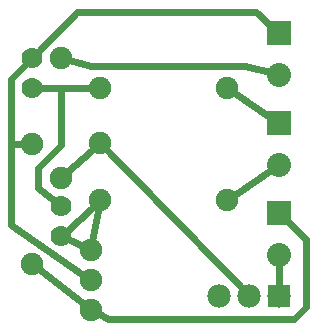
<source format=gtl>
G04 MADE WITH FRITZING*
G04 WWW.FRITZING.ORG*
G04 DOUBLE SIDED*
G04 HOLES PLATED*
G04 CONTOUR ON CENTER OF CONTOUR VECTOR*
%ASAXBY*%
%FSLAX23Y23*%
%MOIN*%
%OFA0B0*%
%SFA1.0B1.0*%
%ADD10C,0.075118*%
%ADD11C,0.074803*%
%ADD12C,0.075000*%
%ADD13C,0.080000*%
%ADD14C,0.070000*%
%ADD15C,0.078000*%
%ADD16R,0.080000X0.080000*%
%ADD17R,0.078000X0.078000*%
%ADD18C,0.024000*%
%LNCOPPER1*%
G90*
G70*
G54D10*
X759Y795D03*
X337Y795D03*
X337Y421D03*
X759Y421D03*
X759Y795D03*
X337Y795D03*
X337Y421D03*
X759Y421D03*
G54D11*
X336Y610D03*
G54D12*
X206Y895D03*
X206Y495D03*
X110Y208D03*
X110Y608D03*
G54D13*
X933Y377D03*
X933Y239D03*
G54D12*
X306Y256D03*
X306Y156D03*
X306Y56D03*
G54D14*
X110Y795D03*
X110Y895D03*
X207Y401D03*
X207Y301D03*
G54D15*
X934Y101D03*
X834Y101D03*
X734Y101D03*
G54D13*
X933Y677D03*
X933Y539D03*
X933Y977D03*
X933Y839D03*
G54D16*
X933Y377D03*
G54D17*
X934Y101D03*
G54D16*
X933Y677D03*
X933Y977D03*
G54D18*
X306Y868D02*
X234Y887D01*
D02*
X822Y868D02*
X306Y868D01*
D02*
X903Y847D02*
X822Y868D01*
D02*
X283Y73D02*
X133Y191D01*
D02*
X364Y26D02*
X983Y26D01*
D02*
X1025Y66D02*
X1025Y291D01*
D02*
X983Y26D02*
X1025Y66D01*
D02*
X1025Y291D02*
X956Y356D01*
D02*
X331Y43D02*
X364Y26D01*
D02*
X41Y608D02*
X82Y608D01*
D02*
X41Y337D02*
X41Y608D01*
D02*
X282Y172D02*
X41Y337D01*
D02*
X41Y608D02*
X41Y824D01*
D02*
X41Y824D02*
X92Y876D01*
D02*
X82Y608D02*
X41Y608D01*
D02*
X856Y1049D02*
X910Y998D01*
D02*
X261Y1049D02*
X856Y1049D01*
D02*
X129Y914D02*
X261Y1049D01*
D02*
X136Y795D02*
X299Y795D01*
D02*
X206Y795D02*
X206Y605D01*
D02*
X132Y528D02*
X132Y460D01*
D02*
X206Y605D02*
X132Y528D01*
D02*
X132Y460D02*
X186Y417D01*
D02*
X136Y795D02*
X206Y795D01*
D02*
X280Y268D02*
X230Y290D01*
D02*
X907Y695D02*
X791Y773D01*
D02*
X907Y522D02*
X791Y442D01*
D02*
X934Y131D02*
X933Y208D01*
D02*
X813Y123D02*
X363Y583D01*
D02*
X307Y585D02*
X227Y514D01*
D02*
X226Y318D02*
X309Y394D01*
D02*
X330Y383D02*
X311Y284D01*
G04 End of Copper1*
M02*
</source>
